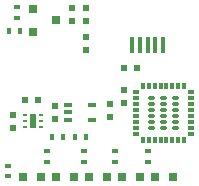
<source format=gtp>
G04 #@! TF.FileFunction,Paste,Top*
%FSLAX46Y46*%
G04 Gerber Fmt 4.6, Leading zero omitted, Abs format (unit mm)*
G04 Created by KiCad (PCBNEW (2016-06-01 BZR 6870, Git 0ccd3bb)-product) date 06/04/16 15:16:18*
%MOMM*%
%LPD*%
G01*
G04 APERTURE LIST*
%ADD10C,0.150000*%
%ADD11C,0.300000*%
%ADD12R,0.797560X0.797560*%
%ADD13R,0.660400X0.406400*%
%ADD14R,0.400000X1.350000*%
%ADD15R,0.600000X0.500000*%
%ADD16R,0.500000X0.600000*%
%ADD17R,0.600000X0.400000*%
%ADD18R,0.400000X0.600000*%
%ADD19R,0.800100X0.800100*%
%ADD20R,0.300000X0.600000*%
%ADD21R,0.600000X0.300000*%
%ADD22R,0.350000X0.250000*%
%ADD23R,0.500000X1.250000*%
G04 APERTURE END LIST*
D10*
D11*
X57936500Y-28595000D02*
X58236500Y-28595000D01*
X57936500Y-29095000D02*
X58236500Y-29095000D01*
X57936500Y-29595000D02*
X58236500Y-29595000D01*
X57936500Y-30095000D02*
X58236500Y-30095000D01*
X57936500Y-30595000D02*
X58236500Y-30595000D01*
X57936500Y-31095000D02*
X58236500Y-31095000D01*
X55936500Y-31095000D02*
X56236500Y-31095000D01*
X55936500Y-30595000D02*
X56236500Y-30595000D01*
X55936500Y-30095000D02*
X56236500Y-30095000D01*
X55936500Y-29595000D02*
X56236500Y-29595000D01*
X55936500Y-29095000D02*
X56236500Y-29095000D01*
X55936500Y-28595000D02*
X56236500Y-28595000D01*
X56936500Y-28595000D02*
X57236500Y-28595000D01*
X56936500Y-29095000D02*
X57236500Y-29095000D01*
X56936500Y-29595000D02*
X57236500Y-29595000D01*
X56936500Y-31095000D02*
X57236500Y-31095000D01*
X56936500Y-30595000D02*
X57236500Y-30595000D01*
X56936500Y-30095000D02*
X57236500Y-30095000D01*
D12*
X57899300Y-35242500D03*
X56400700Y-35242500D03*
X55105300Y-35242500D03*
X53606700Y-35242500D03*
X46723300Y-35242500D03*
X45224700Y-35242500D03*
X48018700Y-35242500D03*
X49517300Y-35242500D03*
X50812700Y-35242500D03*
X52311300Y-35242500D03*
D13*
X49022000Y-29121100D03*
X49022000Y-30441900D03*
X49022000Y-29781500D03*
X51054000Y-30441900D03*
X51054000Y-29121100D03*
D14*
X57053900Y-24105040D03*
X56403900Y-24105040D03*
X55753900Y-24105040D03*
X55103900Y-24105040D03*
X54453900Y-24105040D03*
D15*
X54842500Y-26035000D03*
X53742500Y-26035000D03*
D16*
X52514500Y-29041000D03*
X52514500Y-30141000D03*
D17*
X55753000Y-33978000D03*
X55753000Y-33078000D03*
X52959000Y-33978000D03*
X52959000Y-33078000D03*
X43942000Y-35184500D03*
X43942000Y-34284500D03*
X44704000Y-20886000D03*
X44704000Y-21786000D03*
D18*
X47683000Y-31877000D03*
X48583000Y-31877000D03*
X49588000Y-31877000D03*
X50488000Y-31877000D03*
D17*
X47180500Y-33078000D03*
X47180500Y-33978000D03*
X50355500Y-33078000D03*
X50355500Y-33978000D03*
D18*
X44900000Y-22923500D03*
X44000000Y-22923500D03*
D16*
X44323000Y-29993500D03*
X44323000Y-31093500D03*
X47879000Y-29231500D03*
X47879000Y-30331500D03*
D15*
X45360500Y-28765500D03*
X46460500Y-28765500D03*
D16*
X49339500Y-22076500D03*
X49339500Y-20976500D03*
X50546000Y-22076500D03*
X50546000Y-20976500D03*
D19*
X45999240Y-21050000D03*
X45999240Y-22950000D03*
X47998220Y-22000000D03*
D20*
X55336500Y-32145000D03*
X55836500Y-32145000D03*
X56336500Y-32145000D03*
X56836500Y-32145000D03*
X57336500Y-32145000D03*
X57836500Y-32145000D03*
X58336500Y-32145000D03*
X58836500Y-32145000D03*
X55336500Y-27545000D03*
X55836500Y-27545000D03*
X56336500Y-27545000D03*
X56836500Y-27545000D03*
X58836500Y-27545000D03*
X58336500Y-27545000D03*
X57836500Y-27545000D03*
D21*
X59386500Y-29595000D03*
X59386500Y-28095000D03*
X54786500Y-31095000D03*
X54786500Y-29095000D03*
X54786500Y-28595000D03*
X54786500Y-31595000D03*
X54786500Y-30095000D03*
X59386500Y-29095000D03*
X59386500Y-28595000D03*
X54786500Y-30595000D03*
X54786500Y-29595000D03*
X54786500Y-28095000D03*
X59386500Y-31595000D03*
X59386500Y-31095000D03*
X59386500Y-30595000D03*
X59386500Y-30095000D03*
D20*
X57336500Y-27545000D03*
D16*
X50546000Y-23389500D03*
X50546000Y-24489500D03*
X53721000Y-28998000D03*
X53721000Y-27898000D03*
D22*
X46737500Y-30980000D03*
X46737500Y-30480000D03*
X46737500Y-29980000D03*
X45337500Y-30980000D03*
X45337500Y-29980000D03*
X45337500Y-30480000D03*
D23*
X46037500Y-30480000D03*
M02*

</source>
